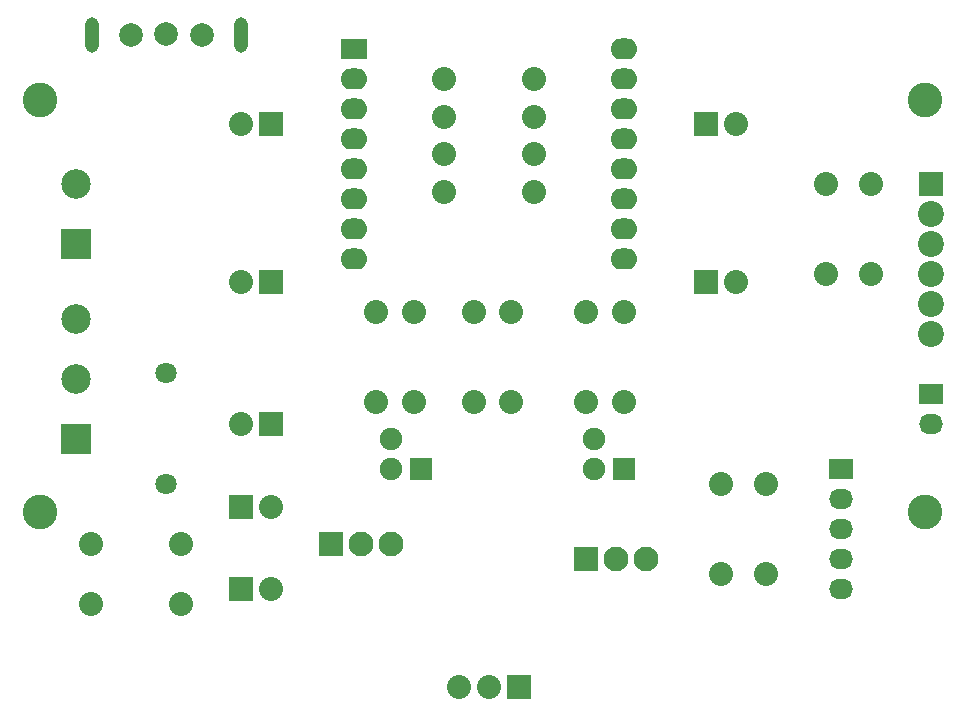
<source format=gbr>
G04 #@! TF.GenerationSoftware,KiCad,Pcbnew,(5.1.12)-1*
G04 #@! TF.CreationDate,2022-01-04T12:12:18+00:00*
G04 #@! TF.ProjectId,Lapse_O_Matic_PCB,4c617073-655f-44f5-9f4d-617469635f50,rev?*
G04 #@! TF.SameCoordinates,Original*
G04 #@! TF.FileFunction,Soldermask,Bot*
G04 #@! TF.FilePolarity,Negative*
%FSLAX46Y46*%
G04 Gerber Fmt 4.6, Leading zero omitted, Abs format (unit mm)*
G04 Created by KiCad (PCBNEW (5.1.12)-1) date 2022-01-04 12:12:18*
%MOMM*%
%LPD*%
G01*
G04 APERTURE LIST*
%ADD10C,2.934700*%
%ADD11R,2.032000X2.032000*%
%ADD12C,2.032000*%
%ADD13O,2.286000X1.778000*%
%ADD14R,2.286000X1.778000*%
%ADD15R,2.100580X2.100580*%
%ADD16C,2.199640*%
%ADD17C,2.000000*%
%ADD18O,1.200000X3.000000*%
%ADD19C,1.800000*%
%ADD20R,2.032000X1.727200*%
%ADD21O,2.032000X1.727200*%
%ADD22C,2.100580*%
%ADD23C,1.905000*%
%ADD24R,1.905000X1.905000*%
%ADD25R,2.499360X2.499360*%
%ADD26C,2.499360*%
G04 APERTURE END LIST*
D10*
X163281350Y-110294984D03*
X163281350Y-75401357D03*
X88387727Y-75401357D03*
X88387727Y-110294984D03*
D11*
X128905000Y-125095000D03*
D12*
X126365000Y-125095000D03*
X123825000Y-125095000D03*
D11*
X144780000Y-77470000D03*
D12*
X147320000Y-77470000D03*
X147320000Y-90805000D03*
D11*
X144780000Y-90805000D03*
D13*
X137795000Y-76200000D03*
X137795000Y-78740000D03*
X137795000Y-81280000D03*
X137795000Y-83820000D03*
X137795000Y-86360000D03*
X137795000Y-88900000D03*
X114935000Y-88900000D03*
X114935000Y-86360000D03*
X114935000Y-83820000D03*
X114935000Y-81280000D03*
X114935000Y-78740000D03*
X114935000Y-76200000D03*
X114935000Y-73660000D03*
D14*
X114935000Y-71120000D03*
D13*
X137795000Y-73660000D03*
X137795000Y-71120000D03*
D15*
X163830000Y-82550000D03*
D16*
X163830000Y-85090000D03*
X163830000Y-87630000D03*
X163830000Y-90170000D03*
X163830000Y-92710000D03*
X163830000Y-95250000D03*
D12*
X128270000Y-100965000D03*
X128270000Y-93345000D03*
D17*
X99060000Y-69850000D03*
X96052380Y-69875400D03*
X102052380Y-69875400D03*
D18*
X92752380Y-69875400D03*
X105352380Y-69875400D03*
D19*
X99060000Y-98552000D03*
X99060000Y-107950000D03*
D11*
X107950000Y-102870000D03*
D12*
X105410000Y-102870000D03*
D20*
X163830000Y-100330000D03*
D21*
X163830000Y-102870000D03*
D12*
X125095000Y-100965000D03*
X125095000Y-93345000D03*
X92710000Y-118110000D03*
X92710000Y-113030000D03*
X100330000Y-118110000D03*
X100330000Y-113030000D03*
X107950000Y-116840000D03*
D11*
X105410000Y-116840000D03*
X105410000Y-109855000D03*
D12*
X107950000Y-109855000D03*
D22*
X115570000Y-113030000D03*
X118110000Y-113030000D03*
D15*
X113030000Y-113030000D03*
D12*
X105410000Y-90805000D03*
D11*
X107950000Y-90805000D03*
X107950000Y-77470000D03*
D12*
X105410000Y-77470000D03*
X130175000Y-83185000D03*
X122555000Y-83185000D03*
X122555000Y-80010000D03*
X130175000Y-80010000D03*
X130175000Y-76835000D03*
X122555000Y-76835000D03*
X122555000Y-73660000D03*
X130175000Y-73660000D03*
D20*
X156210000Y-106680000D03*
D21*
X156210000Y-109220000D03*
X156210000Y-111760000D03*
X156210000Y-114300000D03*
X156210000Y-116840000D03*
D22*
X139700000Y-114300000D03*
X137160000Y-114300000D03*
D15*
X134620000Y-114300000D03*
D12*
X137795000Y-100965000D03*
X137795000Y-93345000D03*
X134620000Y-100965000D03*
X134620000Y-93345000D03*
X120015000Y-93345000D03*
X120015000Y-100965000D03*
X116840000Y-93345000D03*
X116840000Y-100965000D03*
X149860000Y-115570000D03*
X149860000Y-107950000D03*
X146050000Y-107950000D03*
X146050000Y-115570000D03*
D23*
X135255000Y-104140000D03*
X135255000Y-106680000D03*
D24*
X137795000Y-106680000D03*
X120650000Y-106680000D03*
D23*
X118110000Y-106680000D03*
X118110000Y-104140000D03*
D25*
X91440000Y-87630000D03*
D26*
X91440000Y-82550000D03*
D12*
X158750000Y-82550000D03*
X158750000Y-90170000D03*
X154940000Y-90170000D03*
X154940000Y-82550000D03*
D26*
X91440000Y-93980000D03*
D25*
X91440000Y-104140000D03*
D26*
X91440000Y-99060000D03*
M02*

</source>
